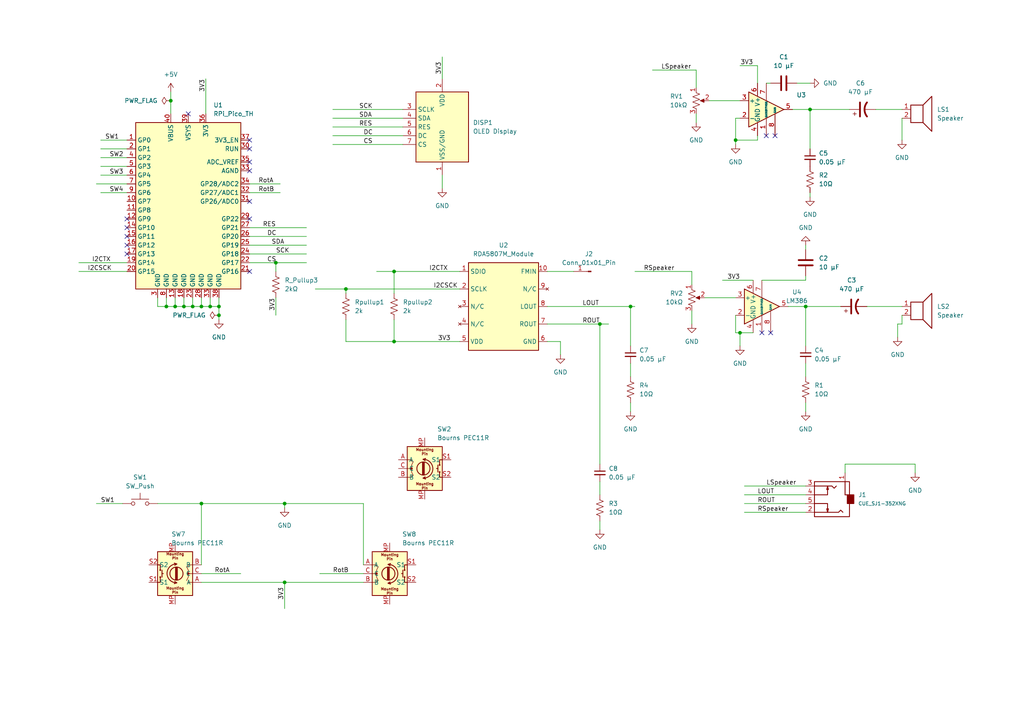
<source format=kicad_sch>
(kicad_sch (version 20230121) (generator eeschema)
  (paper "A4")
  (title_block (title "Clock-Radio_Schematic") (date "2025-06-13") (rev "1"))
  (lib_symbols
    (symbol "Amplifier_Audio:LM386" (pin_names (offset 0.127))
      (property "Reference" "U" (at 1.27 7.62 0))
      (property "Value" "LM386" (at 1.27 5.08 0))
      (symbol "LM386_0_1"
        (polyline (pts (xy 5.08 0) (xy -5.08 5.08) (xy -5.08 -5.08) (xy 5.08 0)) (stroke (width 0.254)) (fill (type background)))
      )
      (symbol "LM386_1_1"
        (pin input line (at 0 -7.62 90) (length 5.08) (name "GAIN") (number "1"))
        (pin input line (at -7.62 -2.54 0) (length 2.54) (name "-") (number "2"))
        (pin input line (at -7.62 2.54 0) (length 2.54) (name "+") (number "3"))
        (pin power_in line (at -2.54 -7.62 90) (length 3.81) (name "GND") (number "4"))
        (pin output line (at 7.62 0 180) (length 2.54) (name "~") (number "5"))
        (pin power_in line (at -2.54 7.62 270) (length 3.81) (name "V+") (number "6"))
        (pin input line (at 0 7.62 270) (length 5.08) (name "BYPASS") (number "7"))
        (pin input line (at 2.54 -7.62 90) (length 6.35) (name "GAIN") (number "8"))
      )
    )
    (symbol "Connector:Conn_01x01_Pin" (pin_names (offset 1.016) hide)
      (property "Reference" "J" (at 0 2.54 0))
      (property "Value" "Conn_01x01_Pin" (at 0 -2.54 0))
      (symbol "Conn_01x01_Pin_1_1"
        (polyline (pts (xy 1.27 0) (xy 0.8636 0)) (stroke (width 0.1524)))
        (rectangle (start 0.8636 0.127) (end 0 -0.127) (stroke (width 0.1524)) (fill (type outline)))
        (pin passive line (at 5.08 0 180) (length 3.81) (name "Pin_1") (number "1"))
      )
    )
    (symbol "Device:C" (pin_numbers hide) (pin_names (offset 0.254))
      (property "Reference" "C" (at 0.635 2.54 0))
      (property "Value" "C" (at 0.635 -2.54 0))
      (symbol "C_0_1"
        (polyline (pts (xy -2.032 -0.762) (xy 2.032 -0.762)) (stroke (width 0.508)))
        (polyline (pts (xy -2.032 0.762) (xy 2.032 0.762)) (stroke (width 0.508)))
      )
      (symbol "C_1_1"
        (pin passive line (at 0 3.81 270) (length 2.794) (name "~") (number "1"))
        (pin passive line (at 0 -3.81 90) (length 2.794) (name "~") (number "2"))
      )
    )
    (symbol "Device:C_Polarized_US" (pin_numbers hide) (pin_names (offset 0.254) hide)
      (property "Reference" "C" (at 0.635 2.54 0))
      (property "Value" "C_Polarized_US" (at 0.635 -2.54 0))
      (symbol "C_Polarized_US_0_1"
        (polyline (pts (xy -2.032 0.762) (xy 2.032 0.762)) (stroke (width 0.508)))
        (polyline (pts (xy -1.778 2.286) (xy -0.762 2.286)))
        (polyline (pts (xy -1.27 1.778) (xy -1.27 2.794)))
        (arc (start 2.032 -1.27) (mid 0 -0.5572) (end -2.032 -1.27) (stroke (width 0.508)))
      )
      (symbol "C_Polarized_US_1_1"
        (pin passive line (at 0 3.81 270) (length 2.794) (name "~") (number "1"))
        (pin passive line (at 0 -3.81 90) (length 3.302) (name "~") (number "2"))
      )
    )
    (symbol "Device:C_Small" (pin_numbers hide) (pin_names (offset 0.254) hide)
      (property "Reference" "C" (at 0.254 1.778 0))
      (property "Value" "C_Small" (at 0.254 -2.032 0))
      (symbol "C_Small_0_1"
        (polyline (pts (xy -1.524 -0.508) (xy 1.524 -0.508)) (stroke (width 0.3302)))
        (polyline (pts (xy -1.524 0.508) (xy 1.524 0.508)) (stroke (width 0.3048)))
      )
      (symbol "C_Small_1_1"
        (pin passive line (at 0 2.54 270) (length 2.032) (name "~") (number "1"))
        (pin passive line (at 0 -2.54 90) (length 2.032) (name "~") (number "2"))
      )
    )
    (symbol "Device:R_Potentiometer_US" (pin_names (offset 1.016) hide)
      (property "Reference" "RV" (at -4.445 0 90))
      (property "Value" "R_Potentiometer_US" (at -2.54 0 90))
      (symbol "R_Potentiometer_US_0_1"
        (polyline (pts (xy 0 -2.286) (xy 0 -2.54)))
        (polyline (pts (xy 0 2.54) (xy 0 2.286)))
        (polyline (pts (xy 2.54 0) (xy 1.524 0)))
        (polyline (pts (xy 1.143 0) (xy 2.286 0.508) (xy 2.286 -0.508) (xy 1.143 0)) (fill (type outline)))
        (polyline (pts (xy 0 -0.762) (xy 1.016 -1.143) (xy 0 -1.524) (xy -1.016 -1.905) (xy 0 -2.286)))
        (polyline (pts (xy 0 0.762) (xy 1.016 0.381) (xy 0 0) (xy -1.016 -0.381) (xy 0 -0.762)))
        (polyline (pts (xy 0 2.286) (xy 1.016 1.905) (xy 0 1.524) (xy -1.016 1.143) (xy 0 0.762)))
      )
      (symbol "R_Potentiometer_US_1_1"
        (pin passive line (at 0 3.81 270) (length 1.27) (name "1") (number "1"))
        (pin passive line (at 3.81 0 180) (length 1.27) (name "2") (number "2"))
        (pin passive line (at 0 -3.81 90) (length 1.27) (name "3") (number "3"))
      )
    )
    (symbol "Device:R_US" (pin_numbers hide) (pin_names (offset 0))
      (property "Reference" "R" (at 2.54 0 90))
      (property "Value" "R_US" (at -2.54 0 90))
      (symbol "R_US_0_1"
        (polyline (pts (xy 0 -2.286) (xy 0 -2.54)))
        (polyline (pts (xy 0 2.286) (xy 0 2.54)))
        (polyline (pts (xy 0 -0.762) (xy 1.016 -1.143) (xy 0 -1.524) (xy -1.016 -1.905) (xy 0 -2.286)))
        (polyline (pts (xy 0 0.762) (xy 1.016 0.381) (xy 0 0) (xy -1.016 -0.381) (xy 0 -0.762)))
        (polyline (pts (xy 0 2.286) (xy 1.016 1.905) (xy 0 1.524) (xy -1.016 1.143) (xy 0 0.762)))
      )
      (symbol "R_US_1_1"
        (pin passive line (at 0 3.81 270) (length 1.27) (name "~") (number "1"))
        (pin passive line (at 0 -3.81 90) (length 1.27) (name "~") (number "2"))
      )
    )
    (symbol "Device:Speaker" (pin_names (offset 0) hide)
      (property "Reference" "LS" (at 1.27 5.715 0))
      (property "Value" "Speaker" (at 1.27 3.81 0))
      (symbol "Speaker_0_0"
        (rectangle (start -2.54 1.27) (end 1.016 -3.81) (stroke (width 0.254)))
        (polyline (pts (xy 1.016 1.27) (xy 3.556 3.81) (xy 3.556 -6.35) (xy 1.016 -3.81)) (stroke (width 0.254)))
      )
      (symbol "Speaker_1_1"
        (pin input line (at -5.08 0 0) (length 2.54) (name "1") (number "1"))
        (pin input line (at -5.08 -2.54 0) (length 2.54) (name "2") (number "2"))
      )
    )
    (symbol "ECE:Bourns PEC11R"
      (property "Reference" "SW?" (at 7.62 7.62 0))
      (property "Value" "Bourns PEC11R" (at 7.62 5.08 0))
      (symbol "Bourns PEC11R_0_0"
        (text "Mounting\nPin" (at -4.8504 0.0079 900) (effects (font (size 0.762 0.762))))
        (text "Mounting\nPin" (at 5.08 0 900) (effects (font (size 0.762 0.762))))
      )
      (symbol "Bourns PEC11R_0_1"
        (rectangle (start -6.35 5.08) (end 6.35 -5.08) (stroke (width 0.254)) (fill (type background)))
        (circle (center -1.016 4.318) (radius 0.127) (stroke (width 0.254)))
        (circle (center 0 -3.81) (radius 0.254) (fill (type outline)))
        (circle (center 0 -0.381) (radius 1.905) (stroke (width 0.254)))
        (polyline (pts (xy -1.778 -0.127) (xy 1.778 -0.127)) (stroke (width 0.254)))
        (polyline (pts (xy -1.016 3.81) (xy 1.016 3.81)) (stroke (width 0.254)))
        (polyline (pts (xy 0 3.81) (xy 0 3.429)) (stroke (width 0.254)))
        (polyline (pts (xy 1.778 -0.635) (xy -1.778 -0.635)) (stroke (width 0.254)))
        (polyline (pts (xy 1.778 -0.381) (xy -1.778 -0.381)) (stroke (width 0.254)))
        (polyline (pts (xy -2.921 0.254) (xy -2.667 -0.508) (xy -2.286 0.127)) (stroke (width 0.254)))
        (polyline (pts (xy -2.54 -5.08) (xy -2.54 -3.81) (xy -2.032 -3.81)))
        (polyline (pts (xy -2.54 5.08) (xy -2.54 4.318) (xy -1.016 4.318)) (stroke (width 0.254)))
        (polyline (pts (xy 2.54 -5.08) (xy 2.54 -3.81) (xy 2.032 -3.81)))
        (polyline (pts (xy 2.54 5.08) (xy 2.54 4.318) (xy 1.016 4.318)) (stroke (width 0.254)))
        (polyline (pts (xy 3.048 0.254) (xy 2.794 -0.508) (xy 2.413 0.127)) (stroke (width 0.254)))
        (polyline (pts (xy 0 -5.08) (xy 0 -3.81) (xy 1.016 -3.81) (xy 2.032 -3.302)))
        (polyline (pts (xy 0 -4.318) (xy 0 -3.81) (xy -1.016 -3.81) (xy -2.032 -3.302)))
        (circle (center 1.016 4.318) (radius 0.127) (stroke (width 0.254)))
        (arc (start 2.794 -0.381) (mid 0.0635 2.3376) (end -2.667 -0.381) (stroke (width 0.254)))
      )
      (symbol "Bourns PEC11R_1_1"
        (pin passive line (at -2.54 -7.62 90) (length 2.54) (name "A") (number "A"))
        (pin passive line (at 2.54 -7.62 90) (length 2.54) (name "B") (number "B"))
        (pin passive line (at 0 -7.62 90) (length 2.54) (name "C") (number "C"))
        (pin passive line (at -8.89 0 0) (length 2.54) (name "") (number "MP"))
        (pin passive line (at 8.89 0 180) (length 2.54) (name "") (number "MP"))
        (pin passive line (at -2.54 7.62 270) (length 2.54) (name "S1") (number "S1"))
        (pin passive line (at 2.54 7.62 270) (length 2.54) (name "S2") (number "S2"))
      )
    )
    (symbol "ECE:CUE_SJ1-352XNG" (pin_names (offset 1.016) hide)
      (property "Reference" "J" (at -3.81 6.35 0))
      (property "Value" "CUE_SJ1-352XNG" (at 3.81 -6.35 0))
      (symbol "CUE_SJ1-352XNG_0_1"
        (rectangle (start -5.08 5.08) (end 5.08 -5.08) (stroke (width 0.254)))
        (rectangle (start -4.445 -1.27) (end -6.35 1.27) (stroke (width 0.254)) (fill (type outline)))
        (polyline (pts (xy -4.445 -1.27) (xy -3.81 -1.27)) (stroke (width 0.254)))
        (polyline (pts (xy -3.81 -1.27) (xy -3.81 -5.08)) (stroke (width 0.254)))
        (polyline (pts (xy 5.08 -1.27) (xy 1.27 -1.27) (xy 1.27 -3.81)) (stroke (width 0.254)))
        (polyline (pts (xy 5.08 1.27) (xy 1.27 1.27) (xy 1.27 3.81)) (stroke (width 0.254)))
        (polyline (pts (xy -3.175 3.81) (xy -2.54 3.175) (xy -1.905 3.81) (xy 5.08 3.81)) (stroke (width 0.254)))
        (polyline (pts (xy -1.27 -3.81) (xy -0.635 -3.175) (xy 0 -3.81) (xy 5.08 -3.81)) (stroke (width 0.254)))
        (polyline (pts (xy 1.27 -3.81) (xy 1.016 -2.794) (xy 1.524 -2.794) (xy 1.27 -3.81)) (stroke (width 0.254)))
        (polyline (pts (xy 1.27 3.81) (xy 1.016 2.794) (xy 1.524 2.794) (xy 1.27 3.81)) (stroke (width 0.254)))
      )
      (symbol "CUE_SJ1-352XNG_1_1"
        (pin passive line (at -3.81 -7.62 90) (length 2.54) (name "Sleeve") (number "1"))
        (pin passive line (at 7.62 3.81 180) (length 2.54) (name "Tip") (number "2"))
        (pin passive line (at 7.62 -3.81 180) (length 2.54) (name "Tip") (number "3"))
        (pin passive line (at 7.62 -1.27 180) (length 2.54) (name "Tip_Switch") (number "4"))
        (pin passive line (at 7.62 1.27 180) (length 2.54) (name "Ring_Switch") (number "5"))
      )
    )
    (symbol "ECE:OLED Display"
      (property "Reference" "DISP?" (at 8.89 -1.27 0))
      (property "Value" "OLED Display" (at 8.89 1.27 0))
      (symbol "OLED Display_1_1"
        (rectangle (start -7.62 10.16) (end 7.62 -10.16) (stroke (width 0.254)) (fill (type background)))
        (pin power_in line (at 0 -13.97 90) (length 3.81) (name "VSS/GND") (number "1"))
        (pin power_in line (at 0 13.97 270) (length 3.81) (name "VDD") (number "2"))
        (pin input line (at -11.43 5.08 0) (length 3.81) (name "SCLK") (number "3"))
        (pin output line (at -11.43 2.54 0) (length 3.81) (name "SDA") (number "4"))
        (pin input line (at -11.43 0 0) (length 3.81) (name "RES") (number "5"))
        (pin input line (at -11.43 -2.54 0) (length 3.81) (name "DC") (number "6"))
        (pin input line (at -11.43 -5.08 0) (length 3.81) (name "CS") (number "7"))
      )
    )
    (symbol "ECE:RDA5807M_Module"
      (property "Reference" "U" (at -8.89 16.51 0))
      (property "Value" "RDA5807M_Module" (at -8.89 13.97 0))
      (symbol "RDA5807M_Module_0_1"
        (rectangle (start -10.16 12.7) (end 10.16 -12.7) (stroke (width 0.254)) (fill (type background)))
      )
      (symbol "RDA5807M_Module_1_1"
        (pin bidirectional line (at -12.7 10.16 0) (length 2.54) (name "SDIO") (number "1"))
        (pin input line (at 12.7 10.16 180) (length 2.54) (name "FMIN") (number "10"))
        (pin input line (at -12.7 5.08 0) (length 2.54) (name "SCLK") (number "2"))
        (pin no_connect line (at -12.7 0 0) (length 2.54) (name "N/C") (number "3"))
        (pin no_connect line (at -12.7 -5.08 0) (length 2.54) (name "N/C") (number "4"))
        (pin power_in line (at -12.7 -10.16 0) (length 2.54) (name "VDD") (number "5"))
        (pin power_in line (at 12.7 -10.16 180) (length 2.54) (name "GND") (number "6"))
        (pin output line (at 12.7 -5.08 180) (length 2.54) (name "ROUT") (number "7"))
        (pin output line (at 12.7 0 180) (length 2.54) (name "LOUT") (number "8"))
        (pin no_connect line (at 12.7 5.08 180) (length 2.54) (name "N/C") (number "9"))
      )
    )
    (symbol "ECE:RPi_Pico_TH"
      (property "Reference" "U?" (at 0 1.27 0))
      (property "Value" "RPi_Pico_TH" (at 0 -1.27 0))
      (symbol "RPi_Pico_TH_0_1"
        (rectangle (start -15.24 24.13) (end 15.24 -24.13) (stroke (width 0.254)) (fill (type background)))
      )
      (symbol "RPi_Pico_TH_1_1"
        (pin bidirectional line (at -17.78 19.05 0) (length 2.54) (name "GP0") (number "1"))
        (pin bidirectional line (at -17.78 1.27 0) (length 2.54) (name "GP7") (number "10"))
        (pin bidirectional line (at -17.78 -1.27 0) (length 2.54) (name "GP8") (number "11"))
        (pin bidirectional line (at -17.78 -3.81 0) (length 2.54) (name "GP9") (number "12"))
        (pin power_in line (at -3.81 -26.67 90) (length 2.54) (name "GND") (number "13"))
        (pin bidirectional line (at -17.78 -6.35 0) (length 2.54) (name "GP10") (number "14"))
        (pin bidirectional line (at -17.78 -8.89 0) (length 2.54) (name "GP11") (number "15"))
        (pin bidirectional line (at -17.78 -11.43 0) (length 2.54) (name "GP12") (number "16"))
        (pin bidirectional line (at -17.78 -13.97 0) (length 2.54) (name "GP13") (number "17"))
        (pin power_in line (at -1.27 -26.67 90) (length 2.54) (name "GND") (number "18"))
        (pin bidirectional line (at -17.78 -16.51 0) (length 2.54) (name "GP14") (number "19"))
        (pin bidirectional line (at -17.78 16.51 0) (length 2.54) (name "GP1") (number "2"))
        (pin bidirectional line (at -17.78 -19.05 0) (length 2.54) (name "GP15") (number "20"))
        (pin bidirectional line (at 17.78 -19.05 180) (length 2.54) (name "GP16") (number "21"))
        (pin bidirectional line (at 17.78 -16.51 180) (length 2.54) (name "GP17") (number "22"))
        (pin power_in line (at 1.27 -26.67 90) (length 2.54) (name "GND") (number "23"))
        (pin bidirectional line (at 17.78 -13.97 180) (length 2.54) (name "GP18") (number "24"))
        (pin bidirectional line (at 17.78 -11.43 180) (length 2.54) (name "GP19") (number "25"))
        (pin bidirectional line (at 17.78 -8.89 180) (length 2.54) (name "GP20") (number "26"))
        (pin bidirectional line (at 17.78 -6.35 180) (length 2.54) (name "GP21") (number "27"))
        (pin power_in line (at 3.81 -26.67 90) (length 2.54) (name "GND") (number "28"))
        (pin bidirectional line (at 17.78 -3.81 180) (length 2.54) (name "GP22") (number "29"))
        (pin power_in line (at -8.89 -26.67 90) (length 2.54) (name "GND") (number "3"))
        (pin input line (at 17.78 16.51 180) (length 2.54) (name "RUN") (number "30"))
        (pin bidirectional line (at 17.78 1.27 180) (length 2.54) (name "GP26/ADC0") (number "31"))
        (pin bidirectional line (at 17.78 3.81 180) (length 2.54) (name "GP27/ADC1") (number "32"))
        (pin power_in line (at 17.78 10.16 180) (length 2.54) (name "AGND") (number "33"))
        (pin power_in line (at 6.35 -26.67 90) (length 2.54) (name "GND") (number "33"))
        (pin bidirectional line (at 17.78 6.35 180) (length 2.54) (name "GP28/ADC2") (number "34"))
        (pin power_in line (at 17.78 12.7 180) (length 2.54) (name "ADC_VREF") (number "35"))
        (pin power_out line (at 5.08 26.67 270) (length 2.54) (name "3V3") (number "36"))
        (pin input line (at 17.78 19.05 180) (length 2.54) (name "3V3_EN") (number "37"))
        (pin power_in line (at 8.89 -26.67 90) (length 2.54) (name "GND") (number "38"))
        (pin power_out line (at 0 26.67 270) (length 2.54) (name "VSYS") (number "39"))
        (pin bidirectional line (at -17.78 13.97 0) (length 2.54) (name "GP2") (number "4"))
        (pin power_in line (at -5.08 26.67 270) (length 2.54) (name "VBUS") (number "40"))
        (pin bidirectional line (at -17.78 11.43 0) (length 2.54) (name "GP3") (number "5"))
        (pin bidirectional line (at -17.78 8.89 0) (length 2.54) (name "GP4") (number "6"))
        (pin bidirectional line (at -17.78 6.35 0) (length 2.54) (name "GP5") (number "7"))
        (pin power_in line (at -6.35 -26.67 90) (length 2.54) (name "GND") (number "8"))
        (pin bidirectional line (at -17.78 3.81 0) (length 2.54) (name "GP6") (number "9"))
      )
    )
    (symbol "Switch:SW_Push" (pin_numbers hide) (pin_names (offset 1.016) hide)
      (property "Reference" "SW" (at 1.27 2.54 0))
      (property "Value" "SW_Push" (at 0 -1.524 0))
      (symbol "SW_Push_0_1"
        (circle (center -2.032 0) (radius 0.508))
        (polyline (pts (xy 0 1.27) (xy 0 3.048)))
        (polyline (pts (xy 2.54 1.27) (xy -2.54 1.27)))
        (circle (center 2.032 0) (radius 0.508))
        (pin passive line (at -5.08 0 0) (length 2.54) (name "1") (number "1"))
        (pin passive line (at 5.08 0 180) (length 2.54) (name "2") (number "2"))
      )
    )
    (symbol "power:+5V" (power) (pin_names (offset 0))
      (property "Value" "+5V" (at 0 3.556 0))
      (symbol "+5V_0_1"
        (polyline (pts (xy -0.762 1.27) (xy 0 2.54)))
        (polyline (pts (xy 0 0) (xy 0 2.54)))
        (polyline (pts (xy 0 2.54) (xy 0.762 1.27)))
      )
      (symbol "+5V_1_1"
        (pin power_in line (at 0 0 90) (length 0) hide (name "+5V") (number "1"))
      )
    )
    (symbol "power:GND" (power) (pin_names (offset 0))
      (property "Value" "GND" (at 0 -3.81 0))
      (symbol "GND_0_1"
        (polyline (pts (xy 0 0) (xy 0 -1.27) (xy 1.27 -1.27) (xy 0 -2.54) (xy -1.27 -1.27) (xy 0 -1.27)))
      )
      (symbol "GND_1_1"
        (pin power_in line (at 0 0 270) (length 0) hide (name "GND") (number "1"))
      )
    )
    (symbol "power:PWR_FLAG" (power) (pin_numbers hide) (pin_names (offset 0) hide)
      (property "Value" "PWR_FLAG" (at 0 3.81 0))
      (symbol "PWR_FLAG_0_0"
        (pin power_out line (at 0 0 90) (length 0) (name "pwr") (number "1"))
      )
      (symbol "PWR_FLAG_0_1"
        (polyline (pts (xy 0 0) (xy 0 1.27) (xy -1.016 1.905) (xy 0 2.54) (xy 1.016 1.905) (xy 0 1.27)))
      )
    )
  )
  (junction (at 114.3 99.06))
  (junction (at 55.88 88.9))
  (junction (at 114.3 78.74))
  (junction (at 50.8 88.9))
  (junction (at 82.55 146.05))
  (junction (at 100.33 83.82))
  (junction (at 173.99 93.98))
  (junction (at 58.42 88.9))
  (junction (at 63.5 91.44))
  (junction (at 53.34 88.9))
  (junction (at 48.26 88.9))
  (junction (at 49.53 29.21))
  (junction (at 233.68 88.9))
  (junction (at 60.96 88.9))
  (junction (at 58.42 146.05))
  (junction (at 182.88 88.9))
  (junction (at 63.5 88.9))
  (junction (at 80.01 76.2))
  (junction (at 234.95 31.75))
  (junction (at 213.36 40.64))
  (junction (at 214.63 96.52))
  (junction (at 82.55 168.91))
  (no_connect (at 222.25 39.37))
  (no_connect (at 72.39 78.74))
  (no_connect (at 224.79 39.37))
  (no_connect (at 36.83 68.58))
  (no_connect (at 220.98 96.52))
  (no_connect (at 36.83 63.5))
  (no_connect (at 223.52 96.52))
  (no_connect (at 36.83 71.12))
  (no_connect (at 72.39 46.99))
  (no_connect (at 72.39 63.5))
  (no_connect (at 72.39 40.64))
  (no_connect (at 36.83 73.66))
  (no_connect (at 54.61 33.02))
  (no_connect (at 36.83 66.04))
  (no_connect (at 72.39 58.42))
  (no_connect (at 72.39 43.18))
  (no_connect (at 72.39 49.53))
  (wire (pts (xy 162.56 99.06) (xy 162.56 102.87)))
  (wire (pts (xy 72.39 73.66) (xy 88.9 73.66)))
  (wire (pts (xy 50.8 88.9) (xy 53.34 88.9)))
  (wire (pts (xy 29.21 43.18) (xy 36.83 43.18)))
  (wire (pts (xy 82.55 168.91) (xy 82.55 176.53)))
  (wire (pts (xy 189.23 20.32) (xy 201.93 20.32)))
  (wire (pts (xy 82.55 168.91) (xy 105.41 168.91)))
  (wire (pts (xy 265.43 134.62) (xy 245.11 134.62)))
  (wire (pts (xy 22.86 76.2) (xy 36.83 76.2)))
  (wire (pts (xy 100.33 83.82) (xy 100.33 85.09)))
  (wire (pts (xy 96.52 31.75) (xy 116.84 31.75)))
  (wire (pts (xy 215.9 146.05) (xy 233.68 146.05)))
  (wire (pts (xy 55.88 86.36) (xy 55.88 88.9)))
  (wire (pts (xy 80.01 76.2) (xy 80.01 78.74)))
  (wire (pts (xy 114.3 92.71) (xy 114.3 99.06)))
  (wire (pts (xy 214.63 34.29) (xy 213.36 34.29)))
  (wire (pts (xy 82.55 146.05) (xy 82.55 147.32)))
  (wire (pts (xy 261.62 34.29) (xy 261.62 40.64)))
  (wire (pts (xy 228.6 88.9) (xy 233.68 88.9)))
  (wire (pts (xy 173.99 93.98) (xy 176.53 93.98)))
  (wire (pts (xy 222.25 24.13) (xy 223.52 24.13)))
  (wire (pts (xy 114.3 78.74) (xy 133.35 78.74)))
  (wire (pts (xy 215.9 148.59) (xy 233.68 148.59)))
  (wire (pts (xy 233.68 88.9) (xy 233.68 100.33)))
  (wire (pts (xy 213.36 91.44) (xy 213.36 96.52)))
  (wire (pts (xy 29.21 50.8) (xy 36.83 50.8)))
  (wire (pts (xy 58.42 146.05) (xy 82.55 146.05)))
  (wire (pts (xy 245.11 134.62) (xy 245.11 137.16)))
  (wire (pts (xy 72.39 66.04) (xy 88.9 66.04)))
  (wire (pts (xy 96.52 34.29) (xy 116.84 34.29)))
  (wire (pts (xy 184.15 78.74) (xy 200.66 78.74)))
  (wire (pts (xy 173.99 93.98) (xy 173.99 134.62)))
  (wire (pts (xy 100.33 92.71) (xy 100.33 99.06)))
  (wire (pts (xy 182.88 88.9) (xy 184.15 88.9)))
  (wire (pts (xy 105.41 146.05) (xy 105.41 163.83)))
  (wire (pts (xy 58.42 168.91) (xy 82.55 168.91)))
  (wire (pts (xy 265.43 137.16) (xy 265.43 134.62)))
  (wire (pts (xy 215.9 140.97) (xy 233.68 140.97)))
  (wire (pts (xy 82.55 146.05) (xy 105.41 146.05)))
  (wire (pts (xy 234.95 31.75) (xy 246.38 31.75)))
  (wire (pts (xy 100.33 83.82) (xy 133.35 83.82)))
  (wire (pts (xy 92.71 166.37) (xy 105.41 166.37)))
  (wire (pts (xy 158.75 88.9) (xy 182.88 88.9)))
  (wire (pts (xy 214.63 19.05) (xy 219.71 19.05)))
  (wire (pts (xy 233.68 80.01) (xy 233.68 81.28)))
  (wire (pts (xy 29.21 40.64) (xy 36.83 40.64)))
  (wire (pts (xy 27.94 146.05) (xy 35.56 146.05)))
  (wire (pts (xy 261.62 93.98) (xy 260.35 93.98)))
  (wire (pts (xy 29.21 45.72) (xy 36.83 45.72)))
  (wire (pts (xy 96.52 36.83) (xy 116.84 36.83)))
  (wire (pts (xy 231.14 24.13) (xy 234.95 24.13)))
  (wire (pts (xy 200.66 90.17) (xy 200.66 93.98)))
  (wire (pts (xy 219.71 24.13) (xy 219.71 19.05)))
  (wire (pts (xy 114.3 85.09) (xy 114.3 78.74)))
  (wire (pts (xy 45.72 146.05) (xy 58.42 146.05)))
  (wire (pts (xy 182.88 116.84) (xy 182.88 119.38)))
  (wire (pts (xy 214.63 96.52) (xy 214.63 100.33)))
  (wire (pts (xy 100.33 99.06) (xy 114.3 99.06)))
  (wire (pts (xy 29.21 48.26) (xy 36.83 48.26)))
  (wire (pts (xy 173.99 151.13) (xy 173.99 153.67)))
  (wire (pts (xy 59.69 22.86) (xy 59.69 33.02)))
  (wire (pts (xy 55.88 88.9) (xy 58.42 88.9)))
  (wire (pts (xy 234.95 31.75) (xy 234.95 43.18)))
  (wire (pts (xy 182.88 100.33) (xy 182.88 88.9)))
  (wire (pts (xy 45.72 88.9) (xy 48.26 88.9)))
  (wire (pts (xy 27.94 53.34) (xy 36.83 53.34)))
  (wire (pts (xy 201.93 33.02) (xy 201.93 35.56)))
  (wire (pts (xy 96.52 39.37) (xy 116.84 39.37)))
  (wire (pts (xy 158.75 99.06) (xy 162.56 99.06)))
  (wire (pts (xy 254 31.75) (xy 261.62 31.75)))
  (wire (pts (xy 80.01 86.36) (xy 80.01 91.44)))
  (wire (pts (xy 58.42 163.83) (xy 58.42 146.05)))
  (wire (pts (xy 109.22 78.74) (xy 114.3 78.74)))
  (wire (pts (xy 260.35 93.98) (xy 260.35 97.79)))
  (wire (pts (xy 72.39 76.2) (xy 80.01 76.2)))
  (wire (pts (xy 220.98 81.28) (xy 233.68 81.28)))
  (wire (pts (xy 58.42 86.36) (xy 58.42 88.9)))
  (wire (pts (xy 49.53 29.21) (xy 49.53 33.02)))
  (wire (pts (xy 251.46 88.9) (xy 261.62 88.9)))
  (wire (pts (xy 233.68 105.41) (xy 233.68 109.22)))
  (wire (pts (xy 60.96 86.36) (xy 60.96 88.9)))
  (wire (pts (xy 48.26 86.36) (xy 48.26 88.9)))
  (wire (pts (xy 53.34 88.9) (xy 55.88 88.9)))
  (wire (pts (xy 49.53 26.67) (xy 49.53 29.21)))
  (wire (pts (xy 58.42 88.9) (xy 60.96 88.9)))
  (wire (pts (xy 233.68 88.9) (xy 243.84 88.9)))
  (wire (pts (xy 114.3 99.06) (xy 133.35 99.06)))
  (wire (pts (xy 60.96 88.9) (xy 63.5 88.9)))
  (wire (pts (xy 209.55 81.28) (xy 218.44 81.28)))
  (wire (pts (xy 233.68 116.84) (xy 233.68 119.38)))
  (wire (pts (xy 234.95 55.88) (xy 234.95 57.15)))
  (wire (pts (xy 215.9 143.51) (xy 233.68 143.51)))
  (wire (pts (xy 229.87 31.75) (xy 234.95 31.75)))
  (wire (pts (xy 213.36 96.52) (xy 214.63 96.52)))
  (wire (pts (xy 205.74 29.21) (xy 214.63 29.21)))
  (wire (pts (xy 233.68 72.39) (xy 233.68 71.12)))
  (wire (pts (xy 91.44 83.82) (xy 100.33 83.82)))
  (wire (pts (xy 63.5 91.44) (xy 63.5 92.71)))
  (wire (pts (xy 158.75 93.98) (xy 173.99 93.98)))
  (wire (pts (xy 29.21 55.88) (xy 36.83 55.88)))
  (wire (pts (xy 63.5 88.9) (xy 63.5 91.44)))
  (wire (pts (xy 182.88 105.41) (xy 182.88 109.22)))
  (wire (pts (xy 58.42 166.37) (xy 69.85 166.37)))
  (wire (pts (xy 201.93 25.4) (xy 201.93 20.32)))
  (wire (pts (xy 72.39 53.34) (xy 81.28 53.34)))
  (wire (pts (xy 173.99 139.7) (xy 173.99 143.51)))
  (wire (pts (xy 45.72 86.36) (xy 45.72 88.9)))
  (wire (pts (xy 200.66 78.74) (xy 200.66 82.55)))
  (wire (pts (xy 22.86 78.74) (xy 36.83 78.74)))
  (wire (pts (xy 213.36 34.29) (xy 213.36 40.64)))
  (wire (pts (xy 213.36 40.64) (xy 213.36 41.91)))
  (wire (pts (xy 158.75 78.74) (xy 166.37 78.74)))
  (wire (pts (xy 53.34 86.36) (xy 53.34 88.9)))
  (wire (pts (xy 219.71 39.37) (xy 219.71 40.64)))
  (wire (pts (xy 72.39 55.88) (xy 81.28 55.88)))
  (wire (pts (xy 63.5 86.36) (xy 63.5 88.9)))
  (wire (pts (xy 96.52 41.91) (xy 116.84 41.91)))
  (wire (pts (xy 50.8 86.36) (xy 50.8 88.9)))
  (wire (pts (xy 214.63 96.52) (xy 218.44 96.52)))
  (wire (pts (xy 261.62 91.44) (xy 261.62 93.98)))
  (wire (pts (xy 128.27 50.8) (xy 128.27 54.61)))
  (wire (pts (xy 213.36 40.64) (xy 219.71 40.64)))
  (wire (pts (xy 72.39 68.58) (xy 88.9 68.58)))
  (wire (pts (xy 128.27 16.51) (xy 128.27 22.86)))
  (wire (pts (xy 204.47 86.36) (xy 213.36 86.36)))
  (wire (pts (xy 72.39 71.12) (xy 88.9 71.12)))
  (wire (pts (xy 80.01 76.2) (xy 88.9 76.2)))
  (wire (pts (xy 48.26 88.9) (xy 50.8 88.9)))
  (label "I2CSCK" (at 125.73 83.82 0))
  (label "SDA" (at 78.74 71.12 0))
  (label "RSpeaker" (at 186.69 78.74 0))
  (label "I2CTX" (at 26.67 76.2 0))
  (label "SW3" (at 31.75 50.8 0))
  (label "LSpeaker" (at 191.77 20.32 0))
  (label "LOUT" (at 168.91 88.9 0))
  (label "SCK" (at 104.14 31.75 0))
  (label "RES" (at 104.14 36.83 0))
  (label "LSpeaker" (at 222.25 140.97 0))
  (label "3V3" (at 128.27 21.59 90))
  (label "DC" (at 105.41 39.37 0))
  (label "3V3" (at 127 99.06 0))
  (label "DC" (at 77.47 68.58 0))
  (label "CS" (at 77.47 76.2 0))
  (label "I2CTX" (at 124.46 78.74 0))
  (label "ROUT" (at 219.71 146.05 0))
  (label "3V3" (at 82.55 173.99 90))
  (label "3V3" (at 214.63 81.28 180))
  (label "RotA" (at 62.23 166.37 0))
  (label "RotB" (at 96.52 166.37 0))
  (label "I2CSCK" (at 25.4 78.74 0))
  (label "3V3" (at 59.69 26.67 90))
  (label "SW4" (at 31.75 55.88 0))
  (label "RotA" (at 74.93 53.34 0))
  (label "LOUT" (at 219.71 143.51 0))
  (label "SW2" (at 31.75 45.72 0))
  (label "3V3" (at 80.01 90.17 90))
  (label "SDA" (at 104.14 34.29 0))
  (label "ROUT" (at 168.91 93.98 0))
  (label "RES" (at 76.2 66.04 0))
  (label "SCK" (at 80.01 73.66 0))
  (label "3V3" (at 218.44 19.05 180))
  (label "RSpeaker" (at 219.71 148.59 0))
  (label "RotB" (at 74.93 55.88 0))
  (label "SW1" (at 29.21 146.05 0))
  (label "SW1" (at 30.48 40.64 0))
  (label "CS" (at 105.41 41.91 0))
  (symbol (lib_id "Device:R_Potentiometer_US") (at 201.93 29.21 0) (unit 1)
    (property "Reference" "RV1" (at 198.12 27.94 0) (effects (justify right)))
    (property "Value" "10kΩ" (at 199.39 30.48 0) (effects (justify right)))
    (property "Footprint" "ECE:Bourns_PTV09_Horiz" (effects hide))
  )
  (symbol (lib_id "Device:C_Small") (at 182.88 102.87 0) (unit 1)
    (property "Reference" "C7" (at 185.42 101.6063 0) (effects (justify left)))
    (property "Value" "0.05 µF" (at 185.42 104.1463 0) (effects (justify left)))
  )
  (symbol (lib_id "power:GND") (at 182.88 119.38 0) (unit 1)
    (property "Reference" "#PWR018" (effects hide))
    (property "Value" "GND" (at 182.88 124.46 0))
  )
  (symbol (lib_id "power:GND") (at 200.66 93.98 0) (unit 1)
    (property "Reference" "#PWR05" (effects hide))
    (property "Value" "GND" (at 200.66 99.06 0))
  )
  (symbol (lib_id "ECE:OLED Display") (at 128.27 36.83 0) (unit 1)
    (property "Reference" "DISP1" (at 137.16 35.56 0) (effects (justify left)))
    (property "Value" "OLED Display" (at 137.16 38.1 0) (effects (justify left)))
    (property "Footprint" "ECE:OLED_Display_1.3" (effects hide))
  )
  (symbol (lib_id "power:GND") (at 260.35 97.79 0) (unit 1)
    (property "Reference" "#PWR016" (effects hide))
    (property "Value" "GND" (at 260.35 102.87 0))
  )
  (symbol (lib_id "power:GND") (at 233.68 119.38 0) (unit 1)
    (property "Reference" "#PWR011" (effects hide))
    (property "Value" "GND" (at 233.68 124.46 0))
  )
  (symbol (lib_id "power:GND") (at 162.56 102.87 0) (unit 1)
    (property "Reference" "#PWR02" (effects hide))
    (property "Value" "GND" (at 162.56 107.95 0))
  )
  (symbol (lib_id "power:GND") (at 128.27 54.61 0) (unit 1)
    (property "Reference" "#PWR013" (effects hide))
    (property "Value" "GND" (at 128.27 59.69 0))
  )
  (symbol (lib_id "Device:R_US") (at 233.68 113.03 0) (unit 1)
    (property "Reference" "R1" (at 236.22 111.76 0) (effects (justify left)))
    (property "Value" "10Ω" (at 236.22 114.3 0) (effects (justify left)))
    (property "Footprint" "Resistor_THT:R_Axial_DIN0207_L6.3mm_D2.5mm_P10.16mm_Horizontal" (effects hide))
  )
  (symbol (lib_id "ECE:Bourns PEC11R") (at 50.8 166.37 90) (unit 1)
    (property "Reference" "SW7" (at 49.7139 154.94 90) (effects (justify right)))
    (property "Value" "Bourns PEC11R" (at 49.7139 157.48 90) (effects (justify right)))
    (property "Footprint" "Rotary_Encoder:RotaryEncoder_Alps_EC12E-Switch_Vertical_H20mm" (effects hide))
  )
  (symbol (lib_id "Device:C_Small") (at 173.99 137.16 0) (unit 1)
    (property "Reference" "C8" (at 176.53 135.8963 0) (effects (justify left)))
    (property "Value" "0.05 µF" (at 176.53 138.4363 0) (effects (justify left)))
  )
  (symbol (lib_id "Device:C_Polarized_US") (at 247.65 88.9 90) (unit 1)
    (property "Reference" "C3" (at 247.015 81.28 90))
    (property "Value" "470 µF" (at 247.015 83.82 90))
  )
  (symbol (lib_id "power:GND") (at 234.95 57.15 0) (unit 1)
    (property "Reference" "#PWR012" (effects hide))
    (property "Value" "GND" (at 234.95 62.23 0))
  )
  (symbol (lib_id "Device:Speaker") (at 266.7 88.9 0) (unit 1)
    (property "Reference" "LS2" (at 271.78 88.9 0) (effects (justify left)))
    (property "Value" "Speaker" (at 271.78 91.44 0) (effects (justify left)))
    (property "Footprint" "ECE:CUE_CMA-4544PF-W" (effects hide))
  )
  (symbol (lib_id "Device:C_Polarized_US") (at 250.19 31.75 90) (unit 1)
    (property "Reference" "C6" (at 249.555 24.13 90))
    (property "Value" "470 µF" (at 249.555 26.67 90))
  )
  (symbol (lib_id "power:+5V") (at 49.53 26.67 0) (unit 1)
    (property "Reference" "#PWR04" (effects hide))
    (property "Value" "+5V" (at 49.53 21.59 0))
  )
  (symbol (lib_id "ECE:CUE_SJ1-352XNG") (at 241.3 144.78 180) (unit 1)
    (property "Reference" "J1" (at 248.92 143.51 0) (effects (justify right)))
    (property "Value" "CUE_SJ1-352XNG" (at 248.92 146.05 0) (effects (font (size 1.016 1.016)) (justify right)))
    (property "Footprint" "ECE:CUE_SJ1-352XNG" (effects hide))
  )
  (symbol (lib_id "Switch:SW_Push") (at 40.64 146.05 0) (unit 1)
    (property "Reference" "SW1" (at 40.64 138.43 0))
    (property "Value" "SW_Push" (at 40.64 140.97 0))
    (property "Footprint" "Button_Switch_THT:Push_E-Switch_KS01Q01" (effects hide))
  )
  (symbol (lib_id "ECE:Bourns PEC11R") (at 123.19 135.89 270) (unit 1)
    (property "Reference" "SW2" (at 126.8161 124.46 90) (effects (justify left)))
    (property "Value" "Bourns PEC11R" (at 126.8161 127 90) (effects (justify left)))
    (property "Footprint" "Rotary_Encoder:RotaryEncoder_Alps_EC12E-Switch_Vertical_H20mm" (effects hide))
  )
  (symbol (lib_id "power:GND") (at 82.55 147.32 0) (unit 1)
    (property "Reference" "#PWR014" (effects hide))
    (property "Value" "GND" (at 82.55 152.4 0))
  )
  (symbol (lib_id "power:GND") (at 173.99 153.67 0) (unit 1)
    (property "Reference" "#PWR017" (effects hide))
    (property "Value" "GND" (at 173.99 158.75 0))
  )
  (symbol (lib_id "ECE:RPi_Pico_TH") (at 54.61 59.69 0) (unit 1)
    (property "Reference" "U1" (at 61.8841 30.48 0) (effects (justify left)))
    (property "Value" "RPi_Pico_TH" (at 61.8841 33.02 0) (effects (justify left)))
    (property "Footprint" "ECE:RPi_Pico_TH" (effects hide))
  )
  (symbol (lib_id "Device:C_Small") (at 233.68 102.87 0) (unit 1)
    (property "Reference" "C4" (at 236.22 101.6063 0) (effects (justify left)))
    (property "Value" "0.05 µF" (at 236.22 104.1463 0) (effects (justify left)))
  )
  (symbol (lib_id "power:GND") (at 265.43 137.16 0) (unit 1)
    (property "Reference" "#PWR03" (effects hide))
    (property "Value" "GND" (at 265.43 142.24 0))
  )
  (symbol (lib_id "Device:R_US") (at 182.88 113.03 0) (unit 1)
    (property "Reference" "R4" (at 185.42 111.76 0) (effects (justify left)))
    (property "Value" "10Ω" (at 185.42 114.3 0) (effects (justify left)))
    (property "Footprint" "Resistor_THT:R_Axial_DIN0207_L6.3mm_D2.5mm_P10.16mm_Horizontal" (effects hide))
  )
  (symbol (lib_id "Device:R_US") (at 80.01 82.55 0) (unit 1)
    (property "Reference" "R_Pullup3" (at 82.55 81.28 0) (effects (justify left)))
    (property "Value" "2kΩ" (at 82.55 83.82 0) (effects (justify left)))
    (property "Footprint" "Resistor_THT:R_Axial_DIN0207_L6.3mm_D2.5mm_P10.16mm_Horizontal" (effects hide))
  )
  (symbol (lib_id "Device:R_US") (at 100.33 88.9 0) (unit 1)
    (property "Reference" "Rpullup1" (at 102.87 87.63 0) (effects (justify left)))
    (property "Value" "2k" (at 102.87 90.17 0) (effects (justify left)))
    (property "Footprint" "Resistor_THT:R_Axial_DIN0207_L6.3mm_D2.5mm_P10.16mm_Horizontal" (effects hide))
  )
  (symbol (lib_id "power:GND") (at 63.5 92.71 0) (unit 1)
    (property "Reference" "#PWR01" (effects hide))
    (property "Value" "GND" (at 63.5 97.79 0))
  )
  (symbol (lib_id "Amplifier_Audio:LM386") (at 222.25 31.75 0) (unit 1)
    (property "Reference" "U3" (at 232.41 27.5591 0))
    (property "Value" "LM386" (effects hide))
    (property "Footprint" "LM386N_4:DIP794W45P254L1016H508Q8" (effects hide))
    (property "Datasheet" "http://www.ti.com/lit/ds/symlink/lm386.pdf" (effects hide))
  )
  (symbol (lib_id "Device:Speaker") (at 266.7 31.75 0) (unit 1)
    (property "Reference" "LS1" (at 271.78 31.75 0) (effects (justify left)))
    (property "Value" "Speaker" (at 271.78 34.29 0) (effects (justify left)))
    (property "Footprint" "ECE:CUE_CMA-4544PF-W" (effects hide))
  )
  (symbol (lib_id "power:PWR_FLAG") (at 63.5 91.44 90) (unit 1)
    (property "Reference" "#FLG02" (effects hide))
    (property "Value" "PWR_FLAG" (at 59.69 91.44 90) (effects (justify left)))
  )
  (symbol (lib_id "Amplifier_Audio:LM386") (at 220.98 88.9 0) (unit 1)
    (property "Reference" "U4" (at 231.14 84.7091 0))
    (property "Value" "LM386" (at 231.14 87.2491 0))
    (property "Footprint" "LM386N_4:DIP794W45P254L1016H508Q8" (effects hide))
    (property "Datasheet" "http://www.ti.com/lit/ds/symlink/lm386.pdf" (effects hide))
  )
  (symbol (lib_id "Device:R_US") (at 173.99 147.32 0) (unit 1)
    (property "Reference" "R3" (at 176.53 146.05 0) (effects (justify left)))
    (property "Value" "10Ω" (at 176.53 148.59 0) (effects (justify left)))
    (property "Footprint" "Resistor_THT:R_Axial_DIN0207_L6.3mm_D2.5mm_P10.16mm_Horizontal" (effects hide))
  )
  (symbol (lib_id "Device:C_Small") (at 234.95 45.72 0) (unit 1)
    (property "Reference" "C5" (at 237.49 44.4563 0) (effects (justify left)))
    (property "Value" "0.05 µF" (at 237.49 46.9963 0) (effects (justify left)))
  )
  (symbol (lib_id "ECE:RDA5807M_Module") (at 146.05 88.9 0) (unit 1)
    (property "Reference" "U2" (at 146.05 71.12 0))
    (property "Value" "RDA5807M_Module" (at 146.05 73.66 0))
    (property "Footprint" "ECE:RDA5807M_Module_TH" (effects hide))
  )
  (symbol (lib_id "power:PWR_FLAG") (at 49.53 29.21 90) (unit 1)
    (property "Reference" "#FLG01" (effects hide))
    (property "Value" "PWR_FLAG" (at 45.72 29.21 90) (effects (justify left)))
  )
  (symbol (lib_id "Connector:Conn_01x01_Pin") (at 171.45 78.74 180) (unit 1)
    (property "Reference" "J2" (at 170.815 73.66 0))
    (property "Value" "Conn_01x01_Pin" (at 170.815 76.2 0))
    (property "Footprint" "Connector:Banana_Jack_1Pin" (effects hide))
  )
  (symbol (lib_id "Device:R_US") (at 234.95 52.07 0) (unit 1)
    (property "Reference" "R2" (at 237.49 50.8 0) (effects (justify left)))
    (property "Value" "10Ω" (at 237.49 53.34 0) (effects (justify left)))
    (property "Footprint" "Resistor_THT:R_Axial_DIN0207_L6.3mm_D2.5mm_P10.16mm_Horizontal" (effects hide))
  )
  (symbol (lib_id "power:GND") (at 233.68 71.12 180) (unit 1)
    (property "Reference" "#PWR09" (effects hide))
    (property "Value" "GND" (at 233.68 66.04 0))
  )
  (symbol (lib_id "Device:R_Potentiometer_US") (at 200.66 86.36 0) (unit 1)
    (property "Reference" "RV2" (at 198.12 85.09 0) (effects (justify right)))
    (property "Value" "10kΩ" (at 198.12 87.63 0) (effects (justify right)))
    (property "Footprint" "ECE:Bourns_PTV09_Horiz" (effects hide))
  )
  (symbol (lib_id "Device:C") (at 233.68 76.2 0) (unit 1)
    (property "Reference" "C2" (at 237.49 74.93 0) (effects (justify left)))
    (property "Value" "10 µF" (at 237.49 77.47 0) (effects (justify left)))
    (property "Footprint" "Capacitor_THT:CP_Radial_D5.0mm_P2.00mm" (effects hide))
  )
  (symbol (lib_id "power:GND") (at 234.95 24.13 90) (unit 1)
    (property "Reference" "#PWR010" (effects hide))
    (property "Value" "GND" (at 238.76 24.13 90) (effects (justify right)))
  )
  (symbol (lib_id "Device:R_US") (at 114.3 88.9 0) (unit 1)
    (property "Reference" "Rpullup2" (at 116.84 87.63 0) (effects (justify left)))
    (property "Value" "2k" (at 116.84 90.17 0) (effects (justify left)))
    (property "Footprint" "Resistor_THT:R_Axial_DIN0207_L6.3mm_D2.5mm_P10.16mm_Horizontal" (effects hide))
  )
  (symbol (lib_id "power:GND") (at 214.63 100.33 0) (unit 1)
    (property "Reference" "#PWR08" (effects hide))
    (property "Value" "GND" (at 214.63 105.41 0))
  )
  (symbol (lib_id "ECE:Bourns PEC11R") (at 113.03 166.37 270) (unit 1)
    (property "Reference" "SW8" (at 116.6561 154.94 90) (effects (justify left)))
    (property "Value" "Bourns PEC11R" (at 116.6561 157.48 90) (effects (justify left)))
    (property "Footprint" "Rotary_Encoder:RotaryEncoder_Alps_EC12E-Switch_Vertical_H20mm" (effects hide))
  )
  (symbol (lib_id "power:GND") (at 201.93 35.56 0) (unit 1)
    (property "Reference" "#PWR06" (effects hide))
    (property "Value" "GND" (at 201.93 40.64 0))
  )
  (symbol (lib_id "power:GND") (at 261.62 40.64 0) (unit 1)
    (property "Reference" "#PWR015" (effects hide))
    (property "Value" "GND" (at 261.62 45.72 0))
  )
  (symbol (lib_id "Device:C") (at 227.33 24.13 90) (unit 1)
    (property "Reference" "C1" (at 227.33 16.51 90))
    (property "Value" "10 µF" (at 227.33 19.05 90))
    (property "Footprint" "Capacitor_THT:CP_Radial_D5.0mm_P2.00mm" (effects hide))
  )
  (symbol (lib_id "power:GND") (at 213.36 41.91 0) (unit 1)
    (property "Reference" "#PWR07" (effects hide))
    (property "Value" "GND" (at 213.36 46.99 0))
  )
)
</source>
